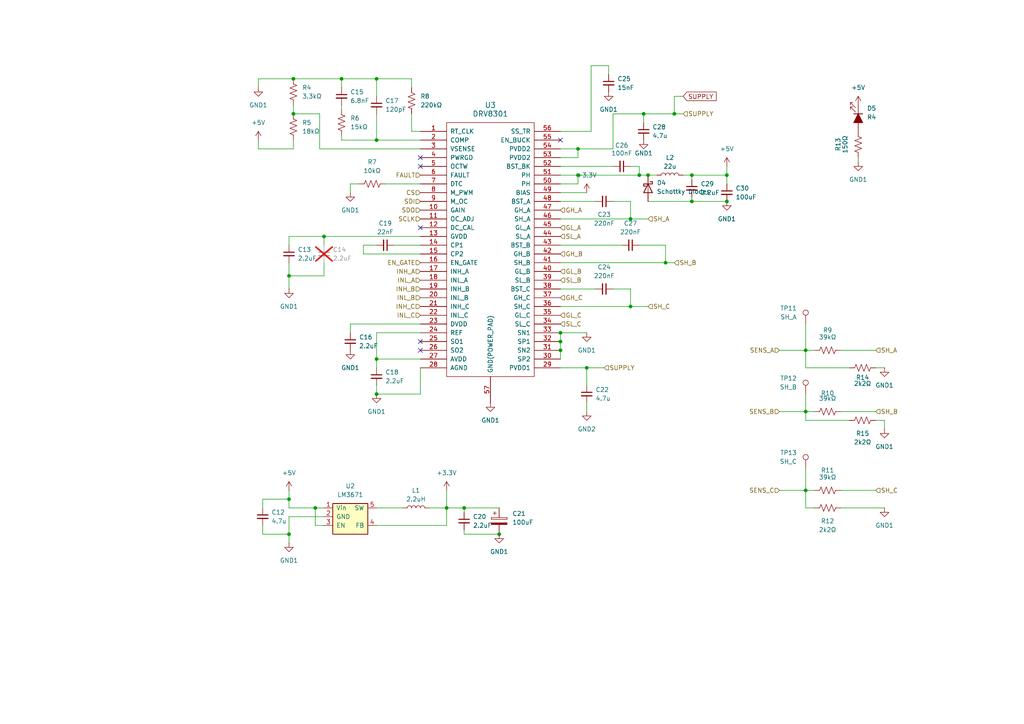
<source format=kicad_sch>
(kicad_sch (version 20231120) (generator "eeschema") (generator_version "8.0")
  (paper "A4")
  (title_block (title "bldc-controller-edp") (date "2024-08-20") (rev "1.0") (company "UTN"))
  (lib_symbols
    (symbol "Connector:TestPoint" (pin_numbers hide) (pin_names (offset 0.762) hide)
      (property "Reference" "TP" (at 0 6.858 0))
      (property "Value" "TestPoint" (at 0 5.08 0))
      (symbol "TestPoint_0_1"
        (circle (center 0 3.302) (radius 0.762))
      )
      (symbol "TestPoint_1_1"
        (pin passive line (at 0 0 90) (length 2.54) (name "1") (number "1"))
      )
    )
    (symbol "Device:C_Small" (pin_numbers hide) (pin_names (offset 0.254) hide)
      (property "Reference" "C" (at 0.254 1.778 0))
      (property "Value" "C_Small" (at 0.254 -2.032 0))
      (symbol "C_Small_0_1"
        (polyline (pts (xy -1.524 -0.508) (xy 1.524 -0.508)) (stroke (width 0.3302)))
        (polyline (pts (xy -1.524 0.508) (xy 1.524 0.508)) (stroke (width 0.3048)))
      )
      (symbol "C_Small_1_1"
        (pin passive line (at 0 2.54 270) (length 2.032) (name "~") (number "1"))
        (pin passive line (at 0 -2.54 90) (length 2.032) (name "~") (number "2"))
      )
    )
    (symbol "Device:D_Schottky" (pin_numbers hide) (pin_names (offset 1.016) hide)
      (property "Reference" "D" (at 0 2.54 0))
      (property "Value" "D_Schottky" (at 0 -2.54 0))
      (symbol "D_Schottky_0_1"
        (polyline (pts (xy 1.27 0) (xy -1.27 0)))
        (polyline (pts (xy 1.27 1.27) (xy 1.27 -1.27) (xy -1.27 0) (xy 1.27 1.27)) (stroke (width 0.254)))
        (polyline (pts (xy -1.905 0.635) (xy -1.905 1.27) (xy -1.27 1.27) (xy -1.27 -1.27) (xy -0.635 -1.27) (xy -0.635 -0.635)) (stroke (width 0.254)))
      )
      (symbol "D_Schottky_1_1"
        (pin passive line (at -3.81 0 0) (length 2.54) (name "K") (number "1"))
        (pin passive line (at 3.81 0 180) (length 2.54) (name "A") (number "2"))
      )
    )
    (symbol "Device:L" (pin_numbers hide) (pin_names (offset 1.016) hide)
      (property "Reference" "L" (at -1.27 0 90))
      (property "Value" "L" (at 1.905 0 90))
      (symbol "L_0_1"
        (arc (start 0 -2.54) (mid 0.6323 -1.905) (end 0 -1.27))
        (arc (start 0 -1.27) (mid 0.6323 -0.635) (end 0 0))
        (arc (start 0 0) (mid 0.6323 0.635) (end 0 1.27))
        (arc (start 0 1.27) (mid 0.6323 1.905) (end 0 2.54))
      )
      (symbol "L_1_1"
        (pin passive line (at 0 3.81 270) (length 1.27) (name "1") (number "1"))
        (pin passive line (at 0 -3.81 90) (length 1.27) (name "2") (number "2"))
      )
    )
    (symbol "Device:LED_Filled" (pin_numbers hide) (pin_names (offset 1.016) hide)
      (property "Reference" "D" (at 0 2.54 0))
      (property "Value" "LED_Filled" (at 0 -2.54 0))
      (symbol "LED_Filled_0_1"
        (polyline (pts (xy -1.27 -1.27) (xy -1.27 1.27)) (stroke (width 0.254)))
        (polyline (pts (xy -1.27 0) (xy 1.27 0)))
        (polyline (pts (xy 1.27 -1.27) (xy 1.27 1.27) (xy -1.27 0) (xy 1.27 -1.27)) (stroke (width 0.254)) (fill (type outline)))
        (polyline (pts (xy -3.048 -0.762) (xy -4.572 -2.286) (xy -3.81 -2.286) (xy -4.572 -2.286) (xy -4.572 -1.524)))
        (polyline (pts (xy -1.778 -0.762) (xy -3.302 -2.286) (xy -2.54 -2.286) (xy -3.302 -2.286) (xy -3.302 -1.524)))
      )
      (symbol "LED_Filled_1_1"
        (pin passive line (at -3.81 0 0) (length 2.54) (name "K") (number "1"))
        (pin passive line (at 3.81 0 180) (length 2.54) (name "A") (number "2"))
      )
    )
    (symbol "Device:R_US" (pin_numbers hide) (pin_names (offset 0))
      (property "Reference" "R" (at 2.54 0 90))
      (property "Value" "R_US" (at -2.54 0 90))
      (symbol "R_US_0_1"
        (polyline (pts (xy 0 -2.286) (xy 0 -2.54)))
        (polyline (pts (xy 0 2.286) (xy 0 2.54)))
        (polyline (pts (xy 0 -0.762) (xy 1.016 -1.143) (xy 0 -1.524) (xy -1.016 -1.905) (xy 0 -2.286)))
        (polyline (pts (xy 0 0.762) (xy 1.016 0.381) (xy 0 0) (xy -1.016 -0.381) (xy 0 -0.762)))
        (polyline (pts (xy 0 2.286) (xy 1.016 1.905) (xy 0 1.524) (xy -1.016 1.143) (xy 0 0.762)))
      )
      (symbol "R_US_1_1"
        (pin passive line (at 0 3.81 270) (length 1.27) (name "~") (number "1"))
        (pin passive line (at 0 -3.81 90) (length 1.27) (name "~") (number "2"))
      )
    )
    (symbol "ESCX-cache:bldc{colon}DRV8301" (pin_names (offset 1.016))
      (property "Reference" "U" (at 0 38.1 0))
      (property "Value" "bldc:DRV8301" (at 7.62 -39.37 0))
      (symbol "bldc{colon}DRV8301_0_1"
        (rectangle (start 12.7 -36.83) (end -12.7 36.83))
      )
      (symbol "bldc{colon}DRV8301_1_0"
        (pin passive line (at 20.32 21.59 180) (length 7.62) (name "PH") (number "51"))
      )
      (symbol "bldc{colon}DRV8301_1_1"
        (pin input line (at -20.32 34.29 0) (length 7.62) (name "RT_CLK") (number "1"))
        (pin input line (at -20.32 11.43 0) (length 7.62) (name "GAIN") (number "10"))
        (pin input line (at -20.32 8.89 0) (length 7.62) (name "OC_ADJ") (number "11"))
        (pin input line (at -20.32 6.35 0) (length 7.62) (name "DC_CAL") (number "12"))
        (pin power_out line (at -20.32 3.81 0) (length 7.62) (name "GVDD") (number "13"))
        (pin power_out line (at -20.32 1.27 0) (length 7.62) (name "CP1") (number "14"))
        (pin power_out line (at -20.32 -1.27 0) (length 7.62) (name "CP2") (number "15"))
        (pin input line (at -20.32 -3.81 0) (length 7.62) (name "EN_GATE") (number "16"))
        (pin input line (at -20.32 -6.35 0) (length 7.62) (name "INH_A") (number "17"))
        (pin input line (at -20.32 -8.89 0) (length 7.62) (name "INL_A") (number "18"))
        (pin input line (at -20.32 -11.43 0) (length 7.62) (name "INH_B") (number "19"))
        (pin output line (at -20.32 31.75 0) (length 7.62) (name "COMP") (number "2"))
        (pin input line (at -20.32 -13.97 0) (length 7.62) (name "INL_B") (number "20"))
        (pin input line (at -20.32 -16.51 0) (length 7.62) (name "INH_C") (number "21"))
        (pin input line (at -20.32 -19.05 0) (length 7.62) (name "INL_C") (number "22"))
        (pin power_out line (at -20.32 -21.59 0) (length 7.62) (name "DVDD") (number "23"))
        (pin input line (at -20.32 -24.13 0) (length 7.62) (name "REF") (number "24"))
        (pin output line (at -20.32 -26.67 0) (length 7.62) (name "SO1") (number "25"))
        (pin output line (at -20.32 -29.21 0) (length 7.62) (name "SO2") (number "26"))
        (pin power_out line (at -20.32 -31.75 0) (length 7.62) (name "AVDD") (number "27"))
        (pin power_in line (at -20.32 -34.29 0) (length 7.62) (name "AGND") (number "28"))
        (pin power_in line (at 20.32 -34.29 180) (length 7.62) (name "PVDD1") (number "29"))
        (pin input line (at -20.32 29.21 0) (length 7.62) (name "VSENSE") (number "3"))
        (pin input line (at 20.32 -31.75 180) (length 7.62) (name "SP2") (number "30"))
        (pin input line (at 20.32 -29.21 180) (length 7.62) (name "SN2") (number "31"))
        (pin input line (at 20.32 -26.67 180) (length 7.62) (name "SP1") (number "32"))
        (pin input line (at 20.32 -24.13 180) (length 7.62) (name "SN1") (number "33"))
        (pin input line (at 20.32 -21.59 180) (length 7.62) (name "SL_C") (number "34"))
        (pin output line (at 20.32 -19.05 180) (length 7.62) (name "GL_C") (number "35"))
        (pin input line (at 20.32 -16.51 180) (length 7.62) (name "SH_C") (number "36"))
        (pin output line (at 20.32 -13.97 180) (length 7.62) (name "GH_C") (number "37"))
        (pin power_out line (at 20.32 -11.43 180) (length 7.62) (name "BST_C") (number "38"))
        (pin input line (at 20.32 -8.89 180) (length 7.62) (name "SL_B") (number "39"))
        (pin input line (at -20.32 26.67 0) (length 7.62) (name "PWRGD") (number "4"))
        (pin output line (at 20.32 -6.35 180) (length 7.62) (name "GL_B") (number "40"))
        (pin input line (at 20.32 -3.81 180) (length 7.62) (name "SH_B") (number "41"))
        (pin output line (at 20.32 -1.27 180) (length 7.62) (name "GH_B") (number "42"))
        (pin power_out line (at 20.32 1.27 180) (length 7.62) (name "BST_B") (number "43"))
        (pin input line (at 20.32 3.81 180) (length 7.62) (name "SL_A") (number "44"))
        (pin output line (at 20.32 6.35 180) (length 7.62) (name "GL_A") (number "45"))
        (pin input line (at 20.32 8.89 180) (length 7.62) (name "SH_A") (number "46"))
        (pin output line (at 20.32 11.43 180) (length 7.62) (name "GH_A") (number "47"))
        (pin power_out line (at 20.32 13.97 180) (length 7.62) (name "BST_A") (number "48"))
        (pin input line (at 20.32 16.51 180) (length 7.62) (name "BIAS") (number "49"))
        (pin output line (at -20.32 24.13 0) (length 7.62) (name "OCTW") (number "5"))
        (pin output line (at 20.32 19.05 180) (length 7.62) (name "PH") (number "50"))
        (pin power_out line (at 20.32 24.13 180) (length 7.62) (name "BST_BK") (number "52"))
        (pin power_in line (at 20.32 26.67 180) (length 7.62) (name "PVDD2") (number "53"))
        (pin power_in line (at 20.32 29.21 180) (length 7.62) (name "PVDD2") (number "54"))
        (pin input line (at 20.32 31.75 180) (length 7.62) (name "EN_BUCK") (number "55"))
        (pin input line (at 20.32 34.29 180) (length 7.62) (name "SS_TR") (number "56"))
        (pin power_in line (at 0 -44.45 90) (length 7.62) (name "GND(POWER_PAD)") (number "57"))
        (pin output line (at -20.32 21.59 0) (length 7.62) (name "FAULT") (number "6"))
        (pin input line (at -20.32 19.05 0) (length 7.62) (name "DTC") (number "7"))
        (pin input line (at -20.32 16.51 0) (length 7.62) (name "M_PWM") (number "8"))
        (pin input line (at -20.32 13.97 0) (length 7.62) (name "M_OC") (number "9"))
      )
    )
    (symbol "ESCX-rescue:CP-Device" (pin_numbers hide) (pin_names (offset 0.254))
      (property "Reference" "C" (at 0.635 2.54 0))
      (property "Value" "Device:CP" (at 0.635 -2.54 0))
      (symbol "CP-Device_0_1"
        (rectangle (start -2.286 0.508) (end -2.286 1.016))
        (rectangle (start -2.286 0.508) (end 2.286 0.508))
        (polyline (pts (xy -1.778 2.286) (xy -0.762 2.286)))
        (polyline (pts (xy -1.27 2.794) (xy -1.27 1.778)))
        (rectangle (start 2.286 -0.508) (end -2.286 -1.016) (fill (type outline)))
        (rectangle (start 2.286 1.016) (end -2.286 1.016))
        (rectangle (start 2.286 1.016) (end 2.286 0.508))
      )
      (symbol "CP-Device_1_1"
        (pin passive line (at 0 3.81 270) (length 2.794) (name "~") (number "1"))
        (pin passive line (at 0 -3.81 90) (length 2.794) (name "~") (number "2"))
      )
    )
    (symbol "bldc:LM3671" (pin_names (offset 1.016))
      (property "Reference" "U" (at 0 5.08 0))
      (property "Value" "LM3671" (at 0 -6.35 0))
      (symbol "LM3671_1_1"
        (rectangle (start -5.08 3.81) (end 5.08 -5.08) (stroke (width 0.254)) (fill (type background)))
        (pin power_in line (at -7.62 2.54 0) (length 2.54) (name "Vin") (number "1"))
        (pin power_in line (at -7.62 0 0) (length 2.54) (name "GND") (number "2"))
        (pin input line (at -7.62 -2.54 0) (length 2.54) (name "EN") (number "3"))
        (pin input line (at 7.62 -2.54 180) (length 2.54) (name "FB") (number "4"))
        (pin input line (at 7.62 2.54 180) (length 2.54) (name "SW") (number "5"))
      )
    )
    (symbol "power:+3.3V" (power) (pin_numbers hide) (pin_names (offset 0) hide)
      (property "Value" "+3.3V" (at 0 3.556 0))
      (symbol "+3.3V_0_1"
        (polyline (pts (xy -0.762 1.27) (xy 0 2.54)))
        (polyline (pts (xy 0 0) (xy 0 2.54)))
        (polyline (pts (xy 0 2.54) (xy 0.762 1.27)))
      )
      (symbol "+3.3V_1_1"
        (pin power_in line (at 0 0 90) (length 0) (name "~") (number "1"))
      )
    )
    (symbol "power:+5V" (power) (pin_numbers hide) (pin_names (offset 0) hide)
      (property "Value" "+5V" (at 0 3.556 0))
      (symbol "+5V_0_1"
        (polyline (pts (xy -0.762 1.27) (xy 0 2.54)))
        (polyline (pts (xy 0 0) (xy 0 2.54)))
        (polyline (pts (xy 0 2.54) (xy 0.762 1.27)))
      )
      (symbol "+5V_1_1"
        (pin power_in line (at 0 0 90) (length 0) (name "~") (number "1"))
      )
    )
    (symbol "power:GND1" (power) (pin_numbers hide) (pin_names (offset 0) hide)
      (property "Value" "GND1" (at 0 -3.81 0))
      (symbol "GND1_0_1"
        (polyline (pts (xy 0 0) (xy 0 -1.27) (xy 1.27 -1.27) (xy 0 -2.54) (xy -1.27 -1.27) (xy 0 -1.27)))
      )
      (symbol "GND1_1_1"
        (pin power_in line (at 0 0 270) (length 0) (name "~") (number "1"))
      )
    )
  )
  (junction (at 187.96 50.8))
  (junction (at 134.62 147.32))
  (junction (at 182.88 63.5))
  (junction (at 91.44 147.32))
  (junction (at 83.82 154.94))
  (junction (at 233.68 142.24))
  (junction (at 109.22 114.3))
  (junction (at 83.82 80.01))
  (junction (at 233.68 119.38))
  (junction (at 129.54 147.32))
  (junction (at 170.18 106.68))
  (junction (at 193.04 76.2))
  (junction (at 109.22 104.14))
  (junction (at 186.69 33.02))
  (junction (at 210.82 50.8))
  (junction (at 200.66 58.42))
  (junction (at 162.56 96.52))
  (junction (at 167.64 50.8))
  (junction (at 109.22 22.86))
  (junction (at 195.58 33.02))
  (junction (at 233.68 101.6))
  (junction (at 162.56 101.6))
  (junction (at 210.82 58.42))
  (junction (at 85.09 22.86))
  (junction (at 167.64 43.18))
  (junction (at 182.88 88.9))
  (junction (at 185.42 50.8))
  (junction (at 83.82 144.78))
  (junction (at 200.66 50.8))
  (junction (at 99.06 22.86))
  (junction (at 162.56 99.06))
  (junction (at 85.09 33.02))
  (junction (at 144.78 154.94))
  (junction (at 109.22 40.64))
  (junction (at 93.98 68.58))
  (no_connect (at 162.56 40.64))
  (no_connect (at 121.92 66.04))
  (no_connect (at 121.92 99.06))
  (no_connect (at 121.92 101.6))
  (no_connect (at 121.92 48.26))
  (no_connect (at 121.92 45.72))
  (wire (pts (xy 74.93 22.86) (xy 85.09 22.86)))
  (wire (pts (xy 233.68 142.24) (xy 233.68 147.32)))
  (wire (pts (xy 85.09 30.48) (xy 85.09 33.02)))
  (wire (pts (xy 162.56 63.5) (xy 182.88 63.5)))
  (wire (pts (xy 92.71 33.02) (xy 92.71 43.18)))
  (wire (pts (xy 109.22 152.4) (xy 129.54 152.4)))
  (wire (pts (xy 162.56 104.14) (xy 162.56 101.6)))
  (wire (pts (xy 74.93 43.18) (xy 74.93 40.64)))
  (wire (pts (xy 129.54 147.32) (xy 129.54 142.24)))
  (wire (pts (xy 109.22 22.86) (xy 119.38 22.86)))
  (wire (pts (xy 233.68 121.92) (xy 246.38 121.92)))
  (wire (pts (xy 200.66 57.15) (xy 200.66 58.42)))
  (wire (pts (xy 243.84 101.6) (xy 254 101.6)))
  (wire (pts (xy 76.2 144.78) (xy 83.82 144.78)))
  (wire (pts (xy 226.06 142.24) (xy 233.68 142.24)))
  (wire (pts (xy 109.22 96.52) (xy 109.22 104.14)))
  (wire (pts (xy 162.56 101.6) (xy 162.56 99.06)))
  (wire (pts (xy 109.22 40.64) (xy 121.92 40.64)))
  (wire (pts (xy 226.06 101.6) (xy 233.68 101.6)))
  (wire (pts (xy 233.68 142.24) (xy 236.22 142.24)))
  (wire (pts (xy 83.82 80.01) (xy 83.82 83.82)))
  (wire (pts (xy 198.12 50.8) (xy 200.66 50.8)))
  (wire (pts (xy 186.69 33.02) (xy 195.58 33.02)))
  (wire (pts (xy 83.82 147.32) (xy 91.44 147.32)))
  (wire (pts (xy 171.45 38.1) (xy 171.45 19.05)))
  (wire (pts (xy 114.3 71.12) (xy 121.92 71.12)))
  (wire (pts (xy 119.38 22.86) (xy 119.38 25.4)))
  (wire (pts (xy 233.68 135.89) (xy 233.68 142.24)))
  (wire (pts (xy 162.56 76.2) (xy 193.04 76.2)))
  (wire (pts (xy 200.66 58.42) (xy 210.82 58.42)))
  (wire (pts (xy 167.64 45.72) (xy 167.64 43.18)))
  (wire (pts (xy 193.04 76.2) (xy 195.58 76.2)))
  (wire (pts (xy 187.96 50.8) (xy 190.5 50.8)))
  (wire (pts (xy 109.22 111.76) (xy 109.22 114.3)))
  (wire (pts (xy 121.92 114.3) (xy 109.22 114.3)))
  (wire (pts (xy 83.82 68.58) (xy 93.98 68.58)))
  (wire (pts (xy 187.96 58.42) (xy 200.66 58.42)))
  (wire (pts (xy 162.56 106.68) (xy 170.18 106.68)))
  (wire (pts (xy 124.46 147.32) (xy 129.54 147.32)))
  (wire (pts (xy 83.82 154.94) (xy 83.82 157.48)))
  (wire (pts (xy 101.6 53.34) (xy 101.6 55.88)))
  (wire (pts (xy 91.44 147.32) (xy 93.98 147.32)))
  (wire (pts (xy 109.22 104.14) (xy 109.22 106.68)))
  (wire (pts (xy 195.58 33.02) (xy 198.12 33.02)))
  (wire (pts (xy 91.44 147.32) (xy 91.44 152.4)))
  (wire (pts (xy 182.88 58.42) (xy 182.88 63.5)))
  (wire (pts (xy 193.04 71.12) (xy 193.04 76.2)))
  (wire (pts (xy 93.98 68.58) (xy 93.98 71.12)))
  (wire (pts (xy 243.84 147.32) (xy 256.54 147.32)))
  (wire (pts (xy 134.62 147.32) (xy 134.62 148.59)))
  (wire (pts (xy 162.56 43.18) (xy 167.64 43.18)))
  (wire (pts (xy 83.82 149.86) (xy 93.98 149.86)))
  (wire (pts (xy 99.06 40.64) (xy 109.22 40.64)))
  (wire (pts (xy 105.41 73.66) (xy 121.92 73.66)))
  (wire (pts (xy 256.54 121.92) (xy 256.54 124.46)))
  (wire (pts (xy 233.68 101.6) (xy 236.22 101.6)))
  (wire (pts (xy 121.92 104.14) (xy 109.22 104.14)))
  (wire (pts (xy 162.56 99.06) (xy 162.56 96.52)))
  (wire (pts (xy 233.68 106.68) (xy 233.68 101.6)))
  (wire (pts (xy 134.62 147.32) (xy 144.78 147.32)))
  (wire (pts (xy 121.92 96.52) (xy 109.22 96.52)))
  (wire (pts (xy 233.68 114.3) (xy 233.68 119.38)))
  (wire (pts (xy 76.2 154.94) (xy 83.82 154.94)))
  (wire (pts (xy 121.92 106.68) (xy 121.92 114.3)))
  (wire (pts (xy 91.44 152.4) (xy 93.98 152.4)))
  (wire (pts (xy 254 121.92) (xy 256.54 121.92)))
  (wire (pts (xy 162.56 48.26) (xy 177.8 48.26)))
  (wire (pts (xy 243.84 142.24) (xy 254 142.24)))
  (wire (pts (xy 99.06 40.64) (xy 99.06 39.37)))
  (wire (pts (xy 243.84 119.38) (xy 254 119.38)))
  (wire (pts (xy 105.41 71.12) (xy 109.22 71.12)))
  (wire (pts (xy 85.09 33.02) (xy 92.71 33.02)))
  (wire (pts (xy 170.18 106.68) (xy 170.18 111.76)))
  (wire (pts (xy 185.42 50.8) (xy 187.96 50.8)))
  (wire (pts (xy 167.64 50.8) (xy 185.42 50.8)))
  (wire (pts (xy 83.82 68.58) (xy 83.82 71.12)))
  (wire (pts (xy 177.8 33.02) (xy 186.69 33.02)))
  (wire (pts (xy 233.68 147.32) (xy 236.22 147.32)))
  (wire (pts (xy 186.69 33.02) (xy 186.69 35.56)))
  (wire (pts (xy 254 106.68) (xy 256.54 106.68)))
  (wire (pts (xy 167.64 43.18) (xy 177.8 43.18)))
  (wire (pts (xy 93.98 68.58) (xy 121.92 68.58)))
  (wire (pts (xy 162.56 55.88) (xy 170.18 55.88)))
  (wire (pts (xy 109.22 33.02) (xy 109.22 40.64)))
  (wire (pts (xy 162.56 53.34) (xy 167.64 53.34)))
  (wire (pts (xy 99.06 30.48) (xy 99.06 31.75)))
  (wire (pts (xy 182.88 83.82) (xy 182.88 88.9)))
  (wire (pts (xy 176.53 19.05) (xy 176.53 21.59)))
  (wire (pts (xy 74.93 43.18) (xy 85.09 43.18)))
  (wire (pts (xy 246.38 106.68) (xy 233.68 106.68)))
  (wire (pts (xy 226.06 119.38) (xy 233.68 119.38)))
  (wire (pts (xy 121.92 38.1) (xy 119.38 38.1)))
  (wire (pts (xy 233.68 119.38) (xy 233.68 121.92)))
  (wire (pts (xy 182.88 88.9) (xy 187.96 88.9)))
  (wire (pts (xy 182.88 48.26) (xy 185.42 48.26)))
  (wire (pts (xy 162.56 50.8) (xy 167.64 50.8)))
  (wire (pts (xy 162.56 96.52) (xy 170.18 96.52)))
  (wire (pts (xy 105.41 71.12) (xy 105.41 73.66)))
  (wire (pts (xy 76.2 144.78) (xy 76.2 147.32)))
  (wire (pts (xy 93.98 80.01) (xy 93.98 76.2)))
  (wire (pts (xy 167.64 53.34) (xy 167.64 50.8)))
  (wire (pts (xy 200.66 50.8) (xy 210.82 50.8)))
  (wire (pts (xy 83.82 154.94) (xy 83.82 149.86)))
  (wire (pts (xy 83.82 144.78) (xy 83.82 142.24)))
  (wire (pts (xy 198.12 27.94) (xy 195.58 27.94)))
  (wire (pts (xy 93.98 80.01) (xy 83.82 80.01)))
  (wire (pts (xy 200.66 50.8) (xy 200.66 52.07)))
  (wire (pts (xy 210.82 48.26) (xy 210.82 50.8)))
  (wire (pts (xy 162.56 38.1) (xy 171.45 38.1)))
  (wire (pts (xy 162.56 71.12) (xy 180.34 71.12)))
  (wire (pts (xy 119.38 38.1) (xy 119.38 33.02)))
  (wire (pts (xy 170.18 106.68) (xy 175.26 106.68)))
  (wire (pts (xy 210.82 50.8) (xy 210.82 53.34)))
  (wire (pts (xy 162.56 88.9) (xy 182.88 88.9)))
  (wire (pts (xy 170.18 116.84) (xy 170.18 119.38)))
  (wire (pts (xy 162.56 45.72) (xy 167.64 45.72)))
  (wire (pts (xy 121.92 53.34) (xy 111.76 53.34)))
  (wire (pts (xy 162.56 83.82) (xy 172.72 83.82)))
  (wire (pts (xy 171.45 19.05) (xy 176.53 19.05)))
  (wire (pts (xy 85.09 22.86) (xy 99.06 22.86)))
  (wire (pts (xy 76.2 152.4) (xy 76.2 154.94)))
  (wire (pts (xy 134.62 154.94) (xy 144.78 154.94)))
  (wire (pts (xy 134.62 154.94) (xy 134.62 153.67)))
  (wire (pts (xy 177.8 43.18) (xy 177.8 33.02)))
  (wire (pts (xy 74.93 25.4) (xy 74.93 22.86)))
  (wire (pts (xy 177.8 83.82) (xy 182.88 83.82)))
  (wire (pts (xy 195.58 27.94) (xy 195.58 33.02)))
  (wire (pts (xy 92.71 43.18) (xy 121.92 43.18)))
  (wire (pts (xy 101.6 93.98) (xy 101.6 96.52)))
  (wire (pts (xy 233.68 119.38) (xy 236.22 119.38)))
  (wire (pts (xy 121.92 93.98) (xy 101.6 93.98)))
  (wire (pts (xy 177.8 58.42) (xy 182.88 58.42)))
  (wire (pts (xy 99.06 22.86) (xy 109.22 22.86)))
  (wire (pts (xy 233.68 93.98) (xy 233.68 101.6)))
  (wire (pts (xy 182.88 63.5) (xy 187.96 63.5)))
  (wire (pts (xy 185.42 48.26) (xy 185.42 50.8)))
  (wire (pts (xy 129.54 147.32) (xy 134.62 147.32)))
  (wire (pts (xy 109.22 147.32) (xy 116.84 147.32)))
  (wire (pts (xy 83.82 144.78) (xy 83.82 147.32)))
  (wire (pts (xy 185.42 71.12) (xy 193.04 71.12)))
  (wire (pts (xy 104.14 53.34) (xy 101.6 53.34)))
  (wire (pts (xy 83.82 76.2) (xy 83.82 80.01)))
  (wire (pts (xy 99.06 22.86) (xy 99.06 25.4)))
  (wire (pts (xy 162.56 58.42) (xy 172.72 58.42)))
  (wire (pts (xy 129.54 152.4) (xy 129.54 147.32)))
  (wire (pts (xy 248.92 45.72) (xy 248.92 46.99)))
  (wire (pts (xy 109.22 22.86) (xy 109.22 27.94)))
  (wire (pts (xy 85.09 43.18) (xy 85.09 40.64)))
  (global_label "SUPPLY" (shape input) (at 198.12 27.94 0) (property "Intersheetrefs" "${INTERSHEET_REFS}" (effects (hide yes))))
  (hierarchical_label "SL_A" (shape input) (at 162.56 68.58 0))
  (hierarchical_label "SUPPLY" (shape input) (at 175.26 106.68 0))
  (hierarchical_label "FAULT" (shape input) (at 121.92 50.8 180))
  (hierarchical_label "GL_C" (shape input) (at 162.56 91.44 0))
  (hierarchical_label "GL_A" (shape input) (at 162.56 66.04 0))
  (hierarchical_label "INH_A" (shape input) (at 121.92 78.74 180))
  (hierarchical_label "SH_C" (shape input) (at 254 142.24 0))
  (hierarchical_label "INL_C" (shape input) (at 121.92 91.44 180))
  (hierarchical_label "SH_B" (shape input) (at 195.58 76.2 0))
  (hierarchical_label "SH_A" (shape input) (at 254 101.6 0))
  (hierarchical_label "CS" (shape input) (at 121.92 55.88 180))
  (hierarchical_label "SDO" (shape input) (at 121.92 60.96 180))
  (hierarchical_label "SH_A" (shape input) (at 187.96 63.5 0))
  (hierarchical_label "SL_C" (shape input) (at 162.56 93.98 0))
  (hierarchical_label "GH_B" (shape input) (at 162.56 73.66 0))
  (hierarchical_label "GL_B" (shape input) (at 162.56 78.74 0))
  (hierarchical_label "EN_GATE" (shape input) (at 121.92 76.2 180))
  (hierarchical_label "INL_B" (shape input) (at 121.92 86.36 180))
  (hierarchical_label "SENS_C" (shape input) (at 226.06 142.24 180))
  (hierarchical_label "INH_B" (shape input) (at 121.92 83.82 180))
  (hierarchical_label "INH_C" (shape input) (at 121.92 88.9 180))
  (hierarchical_label "INL_A" (shape input) (at 121.92 81.28 180))
  (hierarchical_label "GH_A" (shape input) (at 162.56 60.96 0))
  (hierarchical_label "SCLK" (shape input) (at 121.92 63.5 180))
  (hierarchical_label "SUPPLY" (shape input) (at 198.12 33.02 0))
  (hierarchical_label "SENS_A" (shape input) (at 226.06 101.6 180))
  (hierarchical_label "SDI" (shape input) (at 121.92 58.42 180))
  (hierarchical_label "SH_C" (shape input) (at 187.96 88.9 0))
  (hierarchical_label "SL_B" (shape input) (at 162.56 81.28 0))
  (hierarchical_label "SENS_B" (shape input) (at 226.06 119.38 180))
  (hierarchical_label "GH_C" (shape input) (at 162.56 86.36 0))
  (hierarchical_label "SH_B" (shape input) (at 254 119.38 0))
  (symbol (lib_id "Device:R_US") (at 119.38 29.21 0) (unit 1)
    (property "Reference" "R8" (at 121.92 27.9399 0) (effects (justify left)))
    (property "Value" "220kΩ" (at 121.92 30.4799 0) (effects (justify left)))
    (property "Footprint" "Resistor_SMD:R_0603_1608Metric" (effects (hide yes)))
    (property "Manufacturer" "YAGEO" (effects (hide yes)))
    (property "MPN" "RC0603FR-07220KL" (effects (hide yes)))
    (property "LCSC" "C22961" (effects (hide yes)))
  )
  (symbol (lib_id "Device:R_US") (at 85.09 36.83 0) (unit 1)
    (property "Reference" "R5" (at 87.63 35.5599 0) (effects (justify left)))
    (property "Value" "18kΩ" (at 87.63 38.0999 0) (effects (justify left)))
    (property "Footprint" "Resistor_SMD:R_0603_1608Metric" (effects (hide yes)))
    (property "Manufacturer" "UNI-ROYAL(Uniroyal Elec)" (effects (hide yes)))
    (property "MPN" "0603WAF1802T5E" (effects (hide yes)))
    (property "LCSC" "C25810" (effects (hide yes)))
  )
  (symbol (lib_id "Device:R_US") (at 85.09 26.67 0) (unit 1)
    (property "Reference" "R4" (at 87.63 25.3999 0) (effects (justify left)))
    (property "Value" "3.3kΩ" (at 87.63 27.9399 0) (effects (justify left)))
    (property "Footprint" "Resistor_SMD:R_0603_1608Metric" (effects (hide yes)))
    (property "Manufacturer" "UNI-ROYAL(Uniroyal Elec)" (effects (hide yes)))
    (property "MPN" "0603WAF3301T5E" (effects (hide yes)))
    (property "LCSC" "C22978" (effects (hide yes)))
  )
  (symbol (lib_id "Device:R_US") (at 99.06 35.56 0) (unit 1)
    (property "Reference" "R6" (at 101.6 34.2899 0) (effects (justify left)))
    (property "Value" "15kΩ" (at 101.6 36.8299 0) (effects (justify left)))
    (property "Footprint" "Resistor_SMD:R_0603_1608Metric" (effects (hide yes)))
    (property "Manufacturer" "UNI-ROYAL(Uniroyal Elec)" (effects (hide yes)))
    (property "MPN" "0603WAF1502T5E" (effects (hide yes)))
    (property "LCSC" "C22809" (effects (hide yes)))
  )
  (symbol (lib_id "Device:C_Small") (at 99.06 27.94 0) (unit 1)
    (property "Reference" "C15" (at 101.6 26.6762 0) (effects (justify left)))
    (property "Value" "6.8nF" (at 101.6 29.2162 0) (effects (justify left)))
    (property "Footprint" "Capacitor_SMD:C_0603_1608Metric" (effects (hide yes)))
    (property "Description" "CAP CER 6.8NF 0603" (effects (hide yes)))
    (property "Manufacturer" "YAGEO" (effects (hide yes)))
    (property "MPN" "CC1206KKX7RCBB682" (effects (hide yes)))
    (property "LCSC" "C1631" (effects (hide yes)))
  )
  (symbol (lib_id "Device:C_Small") (at 109.22 30.48 0) (unit 1)
    (property "Reference" "C17" (at 111.76 29.2162 0) (effects (justify left)))
    (property "Value" "120pF" (at 111.76 31.7562 0) (effects (justify left)))
    (property "Footprint" "Capacitor_SMD:C_0603_1608Metric" (effects (hide yes)))
    (property "Description" "CAP CER 120PF 0603" (effects (hide yes)))
    (property "Manufacturer" "YAGEO" (effects (hide yes)))
    (property "MPN" "CC0603JRNPOYBN121" (effects (hide yes)))
    (property "LCSC" "C3852667" (effects (hide yes)))
  )
  (symbol (lib_id "power:GND1") (at 74.93 25.4 0) (unit 1)
    (property "Reference" "#PWR016" (effects (hide yes)))
    (property "Value" "GND1" (at 74.93 30.48 0))
    (property "Description" "Power symbol creates a global label with name \"GND1\" , ground" (effects (hide yes)))
  )
  (symbol (lib_id "power:+5V") (at 74.93 40.64 0) (unit 1)
    (property "Reference" "#PWR017" (effects (hide yes)))
    (property "Value" "+5V" (at 74.93 35.56 0))
    (property "Description" "Power symbol creates a global label with name \"+5V\"" (effects (hide yes)))
  )
  (symbol (lib_id "Device:C_Small") (at 111.76 71.12 270) (unit 1)
    (property "Reference" "C19" (at 111.7536 64.77 90))
    (property "Value" "22nF" (at 111.7536 67.31 90))
    (property "Footprint" "Capacitor_SMD:C_0603_1608Metric" (effects (hide yes)))
    (property "Description" "CAP CER 22NF 0603" (effects (hide yes)))
    (property "Manufacturer" "Samsung Electro-Mechanics" (effects (hide yes)))
    (property "MPN" "CL10B223KC8WPNC" (effects (hide yes)))
    (property "LCSC" "C21122" (effects (hide yes)))
  )
  (symbol (lib_id "Device:C_Small") (at 93.98 73.66 0) (unit 1) (exclude_from_sim yes) (in_bom no) (on_board no) (dnp yes)
    (property "Reference" "C14" (at 96.52 72.3962 0) (effects (justify left)))
    (property "Value" "2.2uF" (at 96.52 74.9362 0) (effects (justify left)))
    (property "Footprint" "Capacitor_SMD:C_0603_1608Metric" (effects (hide yes)))
    (property "Description" "CAP 2.2u, 16V, 0603" (effects (hide yes)))
    (property "Manufacturer" "Samsung Electro-Mechanics" (effects (hide yes)))
    (property "MPN" "CL10A225KO8NNNC" (effects (hide yes)))
  )
  (symbol (lib_id "Device:C_Small") (at 83.82 73.66 0) (unit 1)
    (property "Reference" "C13" (at 86.36 72.3962 0) (effects (justify left)))
    (property "Value" "2.2uF" (at 86.36 74.9362 0) (effects (justify left)))
    (property "Footprint" "Capacitor_SMD:C_0603_1608Metric" (effects (hide yes)))
    (property "Description" "CAP 2.2u, 16V, 0603" (effects (hide yes)))
    (property "Manufacturer" "Samsung Electro-Mechanics" (effects (hide yes)))
    (property "MPN" "CL10A225KO8NNNC" (effects (hide yes)))
    (property "LCSC" "C23630" (effects (hide yes)))
  )
  (symbol (lib_id "power:GND1") (at 83.82 83.82 0) (unit 1)
    (property "Reference" "#PWR018" (effects (hide yes)))
    (property "Value" "GND1" (at 83.82 88.9 0))
    (property "Description" "Power symbol creates a global label with name \"GND1\" , ground" (effects (hide yes)))
  )
  (symbol (lib_id "Device:C_Small") (at 101.6 99.06 0) (unit 1)
    (property "Reference" "C16" (at 104.14 97.7962 0) (effects (justify left)))
    (property "Value" "2.2uF" (at 104.14 100.3362 0) (effects (justify left)))
    (property "Footprint" "Capacitor_SMD:C_0603_1608Metric" (effects (hide yes)))
    (property "Description" "CAP 2.2u, 16V, 0603" (effects (hide yes)))
    (property "Manufacturer" "Samsung Electro-Mechanics" (effects (hide yes)))
    (property "MPN" "CL10A225KO8NNNC" (effects (hide yes)))
    (property "LCSC" "C23630" (effects (hide yes)))
  )
  (symbol (lib_id "Device:C_Small") (at 109.22 109.22 0) (unit 1)
    (property "Reference" "C18" (at 111.76 107.9562 0) (effects (justify left)))
    (property "Value" "2.2uF" (at 111.76 110.4962 0) (effects (justify left)))
    (property "Footprint" "Capacitor_SMD:C_0603_1608Metric" (effects (hide yes)))
    (property "Description" "CAP 2.2u, 16V, 0603" (effects (hide yes)))
    (property "Manufacturer" "Samsung Electro-Mechanics" (effects (hide yes)))
    (property "MPN" "CL10A225KO8NNNC" (effects (hide yes)))
    (property "LCSC" "C23630" (effects (hide yes)))
  )
  (symbol (lib_id "power:GND1") (at 101.6 101.6 0) (unit 1)
    (property "Reference" "#PWR022" (effects (hide yes)))
    (property "Value" "GND1" (at 101.6 106.68 0))
    (property "Description" "Power symbol creates a global label with name \"GND1\" , ground" (effects (hide yes)))
  )
  (symbol (lib_id "power:GND1") (at 142.24 116.84 0) (unit 1)
    (property "Reference" "#PWR025" (effects (hide yes)))
    (property "Value" "GND1" (at 142.24 121.92 0))
    (property "Description" "Power symbol creates a global label with name \"GND1\" , ground" (effects (hide yes)))
  )
  (symbol (lib_id "Device:C_Small") (at 176.53 24.13 0) (unit 1)
    (property "Reference" "C25" (at 179.07 22.8662 0) (effects (justify left)))
    (property "Value" "15nF" (at 179.07 25.4062 0) (effects (justify left)))
    (property "Footprint" "Capacitor_SMD:C_0603_1608Metric" (effects (hide yes)))
    (property "Description" "CAP CER 0603 15nF 16V X7R 10%" (effects (hide yes)))
    (property "Manufacturer" "YAGEO" (effects (hide yes)))
    (property "MPN" "CC0603KRX7R8BB153" (effects (hide yes)))
    (property "LCSC" "C113809" (effects (hide yes)))
  )
  (symbol (lib_id "Device:C_Small") (at 186.69 38.1 0) (unit 1)
    (property "Reference" "C28" (at 189.23 36.8362 0) (effects (justify left)))
    (property "Value" "4.7u" (at 189.23 39.3762 0) (effects (justify left)))
    (property "Footprint" "Capacitor_SMD:C_1210_3225Metric" (effects (hide yes)))
    (property "Description" "CAP CER 4.7UF 100V X7R 1210" (effects (hide yes)))
    (property "Manufacturer" "Holy Stone Enterprise Co., Ltd. " (effects (hide yes)))
    (property "MPN" "C1210X475K101T" (effects (hide yes)))
    (property "LCSC" "C337978" (effects (hide yes)))
  )
  (symbol (lib_id "Device:C_Small") (at 175.26 58.42 270) (unit 1)
    (property "Reference" "C23" (at 175.2536 62.23 90))
    (property "Value" "220nF" (at 175.2536 64.77 90))
    (property "Footprint" "Capacitor_SMD:C_0603_1608Metric" (effects (hide yes)))
    (property "Description" "CAP CER 0603 220nF 25V X7R 10%" (effects (hide yes)))
    (property "Manufacturer" "Samsung Electro-Mechanics" (effects (hide yes)))
    (property "MPN" " CL10B224KA8NNNC" (effects (hide yes)))
    (property "LCSC" "C21120" (effects (hide yes)))
  )
  (symbol (lib_id "Device:C_Small") (at 180.34 48.26 270) (unit 1)
    (property "Reference" "C26" (at 180.34 42.164 90))
    (property "Value" "100nF" (at 180.3336 44.45 90))
    (property "Footprint" "Capacitor_SMD:C_0603_1608Metric" (effects (hide yes)))
    (property "Description" "CAP 100n, 50V, 0603" (effects (hide yes)))
    (property "Manufacturer" "YAGEO" (effects (hide yes)))
    (property "MPN" "CC0603KRX7R9BB104" (effects (hide yes)))
    (property "LCSC" "C14663" (effects (hide yes)))
  )
  (symbol (lib_id "Device:C_Small") (at 182.88 71.12 270) (unit 1)
    (property "Reference" "C27" (at 182.8736 64.77 90))
    (property "Value" "220nF" (at 182.8736 67.31 90))
    (property "Footprint" "Capacitor_SMD:C_0603_1608Metric" (effects (hide yes)))
    (property "Description" "CAP CER 0603 220nF 25V X7R 10%" (effects (hide yes)))
    (property "Manufacturer" "Samsung Electro-Mechanics" (effects (hide yes)))
    (property "MPN" " CL10B224KA8NNNC" (effects (hide yes)))
    (property "LCSC" "C21120" (effects (hide yes)))
  )
  (symbol (lib_id "Device:C_Small") (at 175.26 83.82 270) (unit 1)
    (property "Reference" "C24" (at 175.2536 77.47 90))
    (property "Value" "220nF" (at 175.2536 80.01 90))
    (property "Footprint" "Capacitor_SMD:C_0603_1608Metric" (effects (hide yes)))
    (property "Description" "CAP CER 0603 220nF 25V X7R 10%" (effects (hide yes)))
    (property "Manufacturer" "Samsung Electro-Mechanics" (effects (hide yes)))
    (property "MPN" " CL10B224KA8NNNC" (effects (hide yes)))
    (property "LCSC" "C21120" (effects (hide yes)))
  )
  (symbol (lib_id "power:GND1") (at 176.53 26.67 0) (unit 1)
    (property "Reference" "#PWR030" (effects (hide yes)))
    (property "Value" "GND1" (at 176.53 31.75 0))
    (property "Description" "Power symbol creates a global label with name \"GND1\" , ground" (effects (hide yes)))
  )
  (symbol (lib_id "power:GND1") (at 186.69 40.64 0) (unit 1)
    (property "Reference" "#PWR031" (effects (hide yes)))
    (property "Value" "GND1" (at 186.69 44.45 0))
    (property "Description" "Power symbol creates a global label with name \"GND1\" , ground" (effects (hide yes)))
  )
  (symbol (lib_id "Device:C_Small") (at 200.66 54.61 0) (unit 1)
    (property "Reference" "C29" (at 203.2 53.3462 0) (effects (justify left)))
    (property "Value" "2.2uF" (at 203.2 55.8862 0) (effects (justify left)))
    (property "Footprint" "Capacitor_SMD:C_0603_1608Metric" (effects (hide yes)))
    (property "Description" "CAP 2.2u, 16V, 0603" (effects (hide yes)))
    (property "Manufacturer" "Samsung Electro-Mechanics" (effects (hide yes)))
    (property "MPN" "CL10A225KO8NNNC" (effects (hide yes)))
    (property "LCSC" "C23630" (effects (hide yes)))
  )
  (symbol (lib_id "Device:C_Small") (at 210.82 55.88 0) (unit 1)
    (property "Reference" "C30" (at 213.36 54.6162 0) (effects (justify left)))
    (property "Value" "100uF" (at 213.36 57.1562 0) (effects (justify left)))
    (property "Footprint" "Capacitor_SMD:C_1206_3216Metric" (effects (hide yes)))
    (property "Description" "CAP CER 100UF 1206" (effects (hide yes)))
    (property "Manufacturer" "Samsung Electro-Mechanics" (effects (hide yes)))
    (property "MPN" " CL31A107MQHNNNE" (effects (hide yes)))
    (property "LCSC" "C15008" (effects (hide yes)))
  )
  (symbol (lib_id "power:+5V") (at 210.82 48.26 0) (unit 1)
    (property "Reference" "#PWR032" (effects (hide yes)))
    (property "Value" "+5V" (at 210.82 43.18 0))
    (property "Description" "Power symbol creates a global label with name \"+5V\"" (effects (hide yes)))
  )
  (symbol (lib_id "power:GND1") (at 210.82 58.42 0) (unit 1)
    (property "Reference" "#PWR033" (effects (hide yes)))
    (property "Value" "GND1" (at 210.82 63.5 0))
    (property "Description" "Power symbol creates a global label with name \"GND1\" , ground" (effects (hide yes)))
  )
  (symbol (lib_id "power:GND1") (at 170.18 96.52 0) (unit 1)
    (property "Reference" "#PWR028" (effects (hide yes)))
    (property "Value" "GND1" (at 170.18 101.6 0))
    (property "Description" "Power symbol creates a global label with name \"GND1\" , ground" (effects (hide yes)))
  )
  (symbol (lib_id "Device:C_Small") (at 170.18 114.3 0) (unit 1)
    (property "Reference" "C22" (at 172.72 113.0362 0) (effects (justify left)))
    (property "Value" "4.7u" (at 172.72 115.5762 0) (effects (justify left)))
    (property "Footprint" "Capacitor_SMD:C_1210_3225Metric" (effects (hide yes)))
    (property "Description" "CAP CER 4.7UF 100V X7R 1210" (effects (hide yes)))
    (property "Manufacturer" "Holy Stone Enterprise Co., Ltd. " (effects (hide yes)))
    (property "MPN" "C1210X475K101T" (effects (hide yes)))
    (property "LCSC" "C337978" (effects (hide yes)))
  )
  (symbol (lib_id "power:GND1") (at 170.18 119.38 0) (unit 1)
    (property "Reference" "#PWR029" (effects (hide yes)))
    (property "Value" "GND2" (at 170.18 124.46 0))
    (property "Description" "Power symbol creates a global label with name \"GND1\" , ground" (effects (hide yes)))
  )
  (symbol (lib_id "power:+3.3V") (at 170.18 55.88 0) (unit 1)
    (property "Reference" "#PWR027" (effects (hide yes)))
    (property "Value" "+3.3V" (at 170.18 50.8 0))
    (property "Description" "Power symbol creates a global label with name \"+3.3V\"" (effects (hide yes)))
  )
  (symbol (lib_id "power:+5V") (at 248.92 30.48 0) (unit 1)
    (property "Reference" "#PWR034" (effects (hide yes)))
    (property "Value" "+5V" (at 248.92 25.4 0))
    (property "Description" "Power symbol creates a global label with name \"+5V\"" (effects (hide yes)))
  )
  (symbol (lib_id "power:GND1") (at 248.92 46.99 0) (unit 1)
    (property "Reference" "#PWR035" (effects (hide yes)))
    (property "Value" "GND1" (at 248.92 52.07 0))
    (property "Description" "Power symbol creates a global label with name \"GND1\" , ground" (effects (hide yes)))
  )
  (symbol (lib_id "Device:LED_Filled") (at 248.92 34.29 270) (unit 1)
    (property "Reference" "D5" (at 251.46 31.4324 90) (effects (justify left)))
    (property "Value" "R4" (at 251.46 33.9724 90) (effects (justify left)))
    (property "Footprint" "LED_SMD:LED_0603_1608Metric" (effects (hide yes)))
    (property "Description" "Light emitting diode, filled shape" (effects (hide yes)))
    (property "Manufacturer" "ROHM Semicon" (effects (hide yes)))
    (property "MPN" "SML-310VTT86" (effects (hide yes)))
    (property "LCSC" "C2286" (effects (hide yes)))
  )
  (symbol (lib_id "Device:R_US") (at 240.03 101.6 270) (unit 1)
    (property "Reference" "R9" (at 240.03 95.758 90))
    (property "Value" "39kΩ" (at 240.03 97.79 90))
    (property "Footprint" "Resistor_SMD:R_0603_1608Metric" (effects (hide yes)))
    (property "Manufacturer" "YAGEO" (effects (hide yes)))
    (property "MPN" "RC0603FR-0739KL" (effects (hide yes)))
    (property "LCSC" "C23153" (effects (hide yes)))
  )
  (symbol (lib_id "Device:R_US") (at 250.19 106.68 270) (unit 1)
    (property "Reference" "R14" (at 250.19 109.474 90))
    (property "Value" "2k2Ω" (at 250.19 111.252 90))
    (property "Footprint" "Resistor_SMD:R_0603_1608Metric" (effects (hide yes)))
    (property "Description" "R 2k2, 0603" (effects (hide yes)))
    (property "Manufacturer" "YAGEO" (effects (hide yes)))
    (property "MPN" "AC0603DR-072K2L" (effects (hide yes)))
    (property "LCSC" "C4190" (effects (hide yes)))
  )
  (symbol (lib_id "Device:R_US") (at 240.03 119.38 270) (unit 1)
    (property "Reference" "R10" (at 240.03 114.046 90))
    (property "Value" "39kΩ" (at 240.03 115.57 90))
    (property "Footprint" "Resistor_SMD:R_0603_1608Metric" (effects (hide yes)))
    (property "Manufacturer" "YAGEO" (effects (hide yes)))
    (property "MPN" "RC0603FR-0739KL" (effects (hide yes)))
    (property "LCSC" "C23153" (effects (hide yes)))
  )
  (symbol (lib_id "Device:R_US") (at 250.19 121.92 270) (unit 1)
    (property "Reference" "R15" (at 250.19 125.73 90))
    (property "Value" "2k2Ω" (at 250.19 128.27 90))
    (property "Footprint" "Resistor_SMD:R_0603_1608Metric" (effects (hide yes)))
    (property "Description" "R 2k2, 0603" (effects (hide yes)))
    (property "Manufacturer" "YAGEO" (effects (hide yes)))
    (property "MPN" "AC0603DR-072K2L" (effects (hide yes)))
    (property "LCSC" "C4190" (effects (hide yes)))
  )
  (symbol (lib_id "Device:R_US") (at 240.03 142.24 270) (unit 1)
    (property "Reference" "R11" (at 240.03 136.398 90))
    (property "Value" "39kΩ" (at 240.03 138.43 90))
    (property "Footprint" "Resistor_SMD:R_0603_1608Metric" (effects (hide yes)))
    (property "Manufacturer" "YAGEO" (effects (hide yes)))
    (property "MPN" "RC0603FR-0739KL" (effects (hide yes)))
    (property "LCSC" "C23153" (effects (hide yes)))
  )
  (symbol (lib_id "Device:R_US") (at 240.03 147.32 270) (unit 1)
    (property "Reference" "R12" (at 240.03 151.13 90))
    (property "Value" "2k2Ω" (at 240.03 153.67 90))
    (property "Footprint" "Resistor_SMD:R_0603_1608Metric" (effects (hide yes)))
    (property "Description" "R 2k2, 0603" (effects (hide yes)))
    (property "Manufacturer" "YAGEO" (effects (hide yes)))
    (property "MPN" "AC0603DR-072K2L" (effects (hide yes)))
    (property "LCSC" "C4190" (effects (hide yes)))
  )
  (symbol (lib_id "power:GND1") (at 256.54 106.68 0) (unit 1)
    (property "Reference" "#PWR036" (effects (hide yes)))
    (property "Value" "GND1" (at 256.54 111.76 0))
    (property "Description" "Power symbol creates a global label with name \"GND1\" , ground" (effects (hide yes)))
  )
  (symbol (lib_id "power:GND1") (at 256.54 124.46 0) (unit 1)
    (property "Reference" "#PWR037" (effects (hide yes)))
    (property "Value" "GND1" (at 256.54 129.54 0))
    (property "Description" "Power symbol creates a global label with name \"GND1\" , ground" (effects (hide yes)))
  )
  (symbol (lib_id "power:GND1") (at 256.54 147.32 0) (unit 1)
    (property "Reference" "#PWR038" (effects (hide yes)))
    (property "Value" "GND1" (at 256.54 152.4 0))
    (property "Description" "Power symbol creates a global label with name \"GND1\" , ground" (effects (hide yes)))
  )
  (symbol (lib_id "Device:R_US") (at 107.95 53.34 270) (unit 1)
    (property "Reference" "R7" (at 107.95 46.99 90))
    (property "Value" "10kΩ" (at 107.95 49.53 90))
    (property "Footprint" "Resistor_SMD:R_0603_1608Metric" (effects (hide yes)))
    (property "Manufacturer" "YAGEO" (effects (hide yes)))
    (property "MPN" "RC0603FR-0710KL" (effects (hide yes)))
    (property "LCSC" "C25804" (effects (hide yes)))
  )
  (symbol (lib_id "power:GND1") (at 101.6 55.88 0) (unit 1)
    (property "Reference" "#PWR021" (effects (hide yes)))
    (property "Value" "GND1" (at 101.6 60.96 0))
    (property "Description" "Power symbol creates a global label with name \"GND1\" , ground" (effects (hide yes)))
  )
  (symbol (lib_id "Device:L") (at 120.65 147.32 90) (unit 1)
    (property "Reference" "L1" (at 120.65 142.24 90))
    (property "Value" "2.2uH" (at 120.65 144.78 90))
    (property "Footprint" "Inductor_SMD:L_0603_1608Metric" (effects (hide yes)))
    (property "Description" "600mA 2.2uH ±20% 300mΩ 0603 Inductors" (effects (hide yes)))
    (property "Manufacturer" "DDY" (effects (hide yes)))
    (property "MPN" "WI0603LD2R2MST-TIA-HF" (effects (hide yes)))
    (property "LCSC" "C18221249" (effects (hide yes)))
  )
  (symbol (lib_id "Device:C_Small") (at 134.62 151.13 0) (unit 1)
    (property "Reference" "C20" (at 137.16 149.8662 0) (effects (justify left)))
    (property "Value" "2.2uF" (at 137.16 152.4062 0) (effects (justify left)))
    (property "Footprint" "Capacitor_SMD:C_0603_1608Metric" (effects (hide yes)))
    (property "Description" "CAP 2.2u, 16V, 0603" (effects (hide yes)))
    (property "Manufacturer" "Samsung Electro-Mechanics" (effects (hide yes)))
    (property "MPN" "CL10A225KO8NNNC" (effects (hide yes)))
    (property "LCSC" "C23630" (effects (hide yes)))
  )
  (symbol (lib_id "power:GND1") (at 144.78 154.94 0) (unit 1)
    (property "Reference" "#PWR026" (effects (hide yes)))
    (property "Value" "GND1" (at 144.78 160.02 0))
    (property "Description" "Power symbol creates a global label with name \"GND1\" , ground" (effects (hide yes)))
  )
  (symbol (lib_id "power:+3.3V") (at 129.54 142.24 0) (unit 1)
    (property "Reference" "#PWR024" (effects (hide yes)))
    (property "Value" "+3.3V" (at 129.54 137.16 0))
    (property "Description" "Power symbol creates a global label with name \"+3.3V\"" (effects (hide yes)))
  )
  (symbol (lib_id "power:+5V") (at 83.82 142.24 0) (unit 1)
    (property "Reference" "#PWR019" (effects (hide yes)))
    (property "Value" "+5V" (at 83.82 137.16 0))
    (property "Description" "Power symbol creates a global label with name \"+5V\"" (effects (hide yes)))
  )
  (symbol (lib_id "power:GND1") (at 83.82 157.48 0) (unit 1)
    (property "Reference" "#PWR020" (effects (hide yes)))
    (property "Value" "GND1" (at 83.82 162.56 0))
    (property "Description" "Power symbol creates a global label with name \"GND1\" , ground" (effects (hide yes)))
  )
  (symbol (lib_id "ESCX-cache:bldc{colon}DRV8301") (at 142.24 72.39 0) (unit 1)
    (property "Reference" "U3" (at 142.24 30.48 0) (effects (font (size 1.524 1.524))))
    (property "Value" "DRV8301" (at 142.24 33.02 0) (effects (font (size 1.524 1.524))))
    (property "Footprint" "Package_SO:HTSSOP-56-1EP_6.1x14mm_P0.5mm_EP3.61x6.35mm" (effects (hide yes)))
    (property "Manufacturer" "Texas Instruments" (effects (hide yes)))
    (property "MPN" "DRV8301DCAR" (effects (hide yes)))
    (property "LCSC" "C98969" (effects (hide yes)))
  )
  (symbol (lib_id "power:GND1") (at 109.22 114.3 0) (unit 1)
    (property "Reference" "#PWR023" (effects (hide yes)))
    (property "Value" "GND1" (at 109.22 119.38 0))
    (property "Description" "Power symbol creates a global label with name \"GND1\" , ground" (effects (hide yes)))
  )
  (symbol (lib_id "Device:D_Schottky") (at 187.96 54.61 270) (unit 1)
    (property "Reference" "D4" (at 190.5 53.0224 90) (effects (justify left)))
    (property "Value" "Schottky Diodes" (at 190.5 55.5624 90) (effects (justify left)))
    (property "Footprint" "Diode_SMD:D_SMA" (effects (hide yes)))
    (property "Description" "40V Independent Type 550mV@5A 5A SMA(DO-214AC) Schottky Diodes ROHS" (effects (hide yes)))
    (property "Manufacturer" "MDD(Microdiode Semiconductor)" (effects (hide yes)))
    (property "MPN" "SS54" (effects (hide yes)))
    (property "LCSC" "C22452" (effects (hide yes)))
  )
  (symbol (lib_id "Device:L") (at 194.31 50.8 90) (unit 1)
    (property "Reference" "L2" (at 194.31 45.72 90))
    (property "Value" "22u" (at 194.31 48.26 90))
    (property "Footprint" "Inductor_SMD:L_0603_1608Metric_Pad1.05x0.95mm_HandSolder" (effects (hide yes)))
    (property "Manufacturer" "APV" (effects (hide yes)))
    (property "LCSC" "C6808015" (effects (hide yes)))
  )
  (symbol (lib_id "bldc:LM3671") (at 101.6 149.86 0) (unit 1)
    (property "Reference" "U2" (at 101.6 140.97 0))
    (property "Value" "LM3671" (at 101.6 143.51 0))
    (property "Footprint" "crf1:MF05A" (effects (hide yes)))
    (property "Manufacturer" "Texas Instruments" (effects (hide yes)))
    (property "MPN" "LM3671MF-1.2/NOPB" (effects (hide yes)))
    (property "LCSC" "C2650333" (effects (hide yes)))
  )
  (symbol (lib_id "ESCX-rescue:CP-Device") (at 144.78 151.13 0) (unit 1)
    (property "Reference" "C21" (at 148.59 148.9709 0) (effects (justify left)))
    (property "Value" "100uF" (at 148.59 151.5109 0) (effects (justify left)))
    (property "Footprint" "Capacitor_SMD:C_1206_3216Metric" (effects (hide yes)))
    (property "Description" "CAP CER 100UF 1206" (effects (hide yes)))
    (property "Manufacturer" "Samsung Electro-Mechanics" (effects (hide yes)))
    (property "MPN" " CL31A107MQHNNNE" (effects (hide yes)))
    (property "LCSC" "C15008" (effects (hide yes)))
  )
  (symbol (lib_id "Device:C_Small") (at 76.2 149.86 0) (unit 1)
    (property "Reference" "C12" (at 78.74 148.5962 0) (effects (justify left)))
    (property "Value" "4.7u" (at 78.74 151.1362 0) (effects (justify left)))
    (property "Footprint" "Capacitor_SMD:C_1210_3225Metric" (effects (hide yes)))
    (property "Description" "CAP CER 4.7UF 100V X7R 1210" (effects (hide yes)))
    (property "Manufacturer" "Holy Stone Enterprise Co., Ltd. " (effects (hide yes)))
    (property "MPN" "C1210X475K101T" (effects (hide yes)))
    (property "LCSC" "C337978" (effects (hide yes)))
  )
  (symbol (lib_id "Connector:TestPoint") (at 233.68 135.89 0) (mirror y) (unit 1)
    (property "Reference" "TP13" (at 231.14 131.3179 0) (effects (justify left)))
    (property "Value" "SH_C" (at 231.14 133.8579 0) (effects (justify left)))
    (property "Footprint" "Connector_PinHeader_2.54mm:PinHeader_1x01_P2.54mm_Vertical" (effects (hide yes)))
    (property "Description" "test point" (effects (hide yes)))
  )
  (symbol (lib_id "Connector:TestPoint") (at 233.68 114.3 0) (mirror y) (unit 1)
    (property "Reference" "TP12" (at 231.14 109.7279 0) (effects (justify left)))
    (property "Value" "SH_B" (at 231.14 112.2679 0) (effects (justify left)))
    (property "Footprint" "Connector_PinHeader_2.54mm:PinHeader_1x01_P2.54mm_Vertical" (effects (hide yes)))
    (property "Description" "test point" (effects (hide yes)))
  )
  (symbol (lib_id "Device:R_US") (at 248.92 41.91 0) (unit 1)
    (property "Reference" "R13" (at 243.078 41.91 90))
    (property "Value" "150Ω" (at 245.11 41.91 90))
    (property "Footprint" "Resistor_SMD:R_0603_1608Metric" (effects (hide yes)))
    (property "Manufacturer" "CAL-CHIP ELECTRONICS, INC." (effects (hide yes)))
    (property "MPN" "RM06F1500CT" (effects (hide yes)))
    (property "LCSC" "C22808" (effects (hide yes)))
  )
  (symbol (lib_id "Connector:TestPoint") (at 233.68 93.98 0) (mirror y) (unit 1)
    (property "Reference" "TP11" (at 231.14 89.4079 0) (effects (justify left)))
    (property "Value" "SH_A" (at 231.14 91.9479 0) (effects (justify left)))
    (property "Footprint" "Connector_PinHeader_2.54mm:PinHeader_1x01_P2.54mm_Vertical" (effects (hide yes)))
    (property "Description" "test point" (effects (hide yes)))
  )
)
</source>
